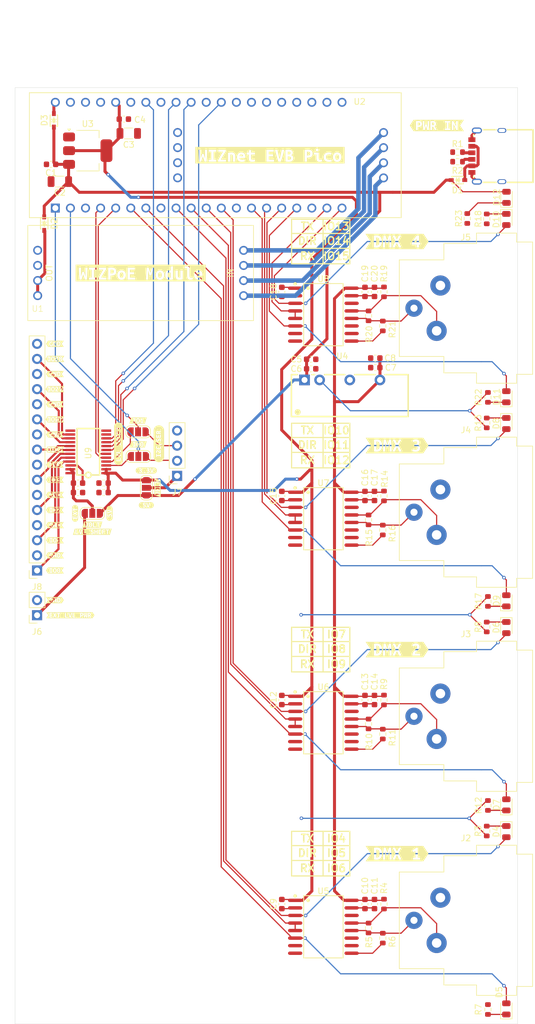
<source format=kicad_pcb>
(kicad_pcb (version 20241229) (generator "pcbnew") (generator_version "9.0")
  (layers (0 "F.Cu" signal) (2 "B.Cu" signal) (13 "F.Paste" user) (15 "B.Paste" user) (5 "F.SilkS" user "F.Silkscreen") (7 "B.SilkS" user "B.Silkscreen") (1 "F.Mask" user) (3 "B.Mask" user) (25 "Edge.Cuts" user))
  (net 0 "")
  (net 1 "GNDA")
  (net 2 "DMX1_RX")
  (net 3 "DMX1_TX")
  (net 4 "Net-(D9-K)")
  (net 5 "DMX2_RX")
  (net 6 "DMX2_TX")
  (net 7 "DMX3_RX")
  (net 8 "DMX3_TX")
  (net 9 "DMX4_RX")
  (net 10 "DMX4_TX")
  (net 11 "Net-(D10-K)")
  (net 12 "Net-(D11-K)")
  (net 13 "Net-(J1-CC1)")
  (net 14 "GND")
  (net 15 "+5V")
  (net 16 "Net-(J1-CC2)")
  (net 17 "Net-(U6-A)")
  (net 18 "+5VA")
  (net 19 "+3V3")
  (net 20 "Net-(U6-B)")
  (net 21 "Net-(U7-B)")
  (net 22 "Net-(U7-A)")
  (net 23 "Net-(U8-A)")
  (net 24 "Net-(U8-B)")
  (net 25 "Net-(JP1-C)")
  (net 26 "Net-(D12-K)")
  (net 27 "DMX1_DIR")
  (net 30 "DMX4_DIR")
  (net 32 "DMX3_DIR")
  (net 34 "DMX2_DIR")
  (net 37 "Net-(J6-Pin_1)")
  (net 39 "Net-(J7-Pin_3)")
  (net 40 "Net-(J7-Pin_2)")
  (net 41 "LVL SHIFT B5")
  (net 42 "Net-(D4-K)")
  (net 43 "Net-(D5-K)")
  (net 44 "Net-(D6-K)")
  (net 45 "Net-(D7-K)")
  (net 46 "Net-(D8-K)")
  (net 49 "LVL SHIFT B2")
  (net 51 "Net-(U5-A)")
  (net 52 "Net-(U5-B)")
  (net 53 "Net-(U1-VC1-)")
  (net 54 "Net-(U1-VC1+)")
  (net 55 "Net-(U1-VC2-)")
  (net 56 "Net-(U1-VC2+)")
  (net 60 "+5V USB")
  (net 61 "+5V PoE")
  (net 62 "+5V RP")
  (net 76 "LVL SHIFT B7")
  (net 77 "LVL SHIFT B8")
  (net 78 "LVL SHIFT B6")
  (net 79 "LVL SHIFT B1")
  (net 80 "LVL SHIFT B3")
  (net 81 "LVL SHIFT B4")
  (net 82 "LVL SHIFT A1")
  (net 83 "GPIO0")
  (net 84 "LVL SHIFT A2")
  (net 85 "GPIO1")
  (net 86 "GPIO22")
  (net 87 "GPIO3")
  (net 88 "GPIO26")
  (net 89 "GPIO2")
  (net 90 "GPIO28")
  (net 91 "GPIO27")
  (net 92 "Net-(J7-Pin_1)")
  (footprint "LED_SMD:LED_0805_2012Metric" (layer "F.Cu") (at 128 86.8 90)
    (property "Reference" "D11")
    (property "Value" "RED")
  )
  (footprint "EasyEDA:SOD-323_L1.7-W1.3-LS2.6-RD-1" (layer "F.Cu") (at 51.8285 40.33 90)
    (property "Reference" "D3")
    (property "Value" "B0520WS")
  )
  (footprint "Resistor_SMD:R_0603_1608Metric" (layer "F.Cu") (at 107.2 109.2 90)
    (property "Reference" "R16")
    (property "Value" "510R")
  )
  (footprint "Connector_Audio:Jack_XLR_Neutrik_NC3FAAH_Horizontal" (layer "F.Cu") (at 116.9 68.1)
    (property "Reference" "J5")
    (property "Value" "NC3FAAH")
  )
  (footprint "Capacitor_SMD:C_0603_1608Metric" (layer "F.Cu") (at 63.6035 40.13)
    (property "Reference" "C4")
    (property "Value" "10u")
  )
  (footprint "Jumper:SolderJumper-3_P1.3mm_Open_RoundedPad1.0x1.5mm" (layer "F.Cu") (at 58.3 106.4 180)
    (property "Reference" "JP1" (hide yes))
    (property "Value" "SolderJumper_3_Open")
  )
  (footprint "Connector_Audio:Jack_XLR_Neutrik_NC3FAAH_Horizontal" (layer "F.Cu") (at 116.9 171)
    (property "Reference" "J2")
    (property "Value" "NC3FAAH")
  )
  (footprint "kibuzzard-68DD2414" (layer "F.Cu") (at 109.6 163.6)
    (property "Reference" "kibuzzard-68DD2414" (hide yes))
    (property "Value" "G***" (hide yes))
  )
  (footprint "Capacitor_SMD:C_1206_3216Metric" (layer "F.Cu") (at 52.8285 50.63 180)
    (property "Reference" "C2")
    (property "Value" "100u")
  )
  (footprint "kibuzzard-68DD2296" (layer "F.Cu") (at 52 90.6)
    (property "Reference" "kibuzzard-68DD2296" (hide yes))
    (property "Value" "G***" (hide yes))
  )
  (footprint "kibuzzard-68DD2906" (layer "F.Cu") (at 52 120.985)
    (property "Reference" "kibuzzard-68DD2906" (hide yes))
    (property "Value" "G***" (hide yes))
  )
  (footprint "EasyEDA:SOD-323_L1.7-W1.3-LS2.6-RD-1" (layer "F.Cu") (at 50.2 57.7 -90)
    (property "Reference" "D2")
    (property "Value" "B0520WS")
  )
  (footprint "kibuzzard-68DD1EE6" (layer "F.Cu") (at 69.285 102.1 90)
    (property "Reference" "kibuzzard-68DD1EE6" (hide yes))
    (property "Value" "G***" (hide yes))
  )
  (footprint "kibuzzard-68DD21E1" (layer "F.Cu") (at 52 98.22)
    (property "Reference" "kibuzzard-68DD21E1" (hide yes))
    (property "Value" "G***" (hide yes))
  )
  (footprint "kibuzzard-68DD1F08" (layer "F.Cu") (at 69.5 94.7 90)
    (property "Reference" "kibuzzard-68DD1F08" (hide yes))
    (property "Value" "G***" (hide yes))
  )
  (footprint "Resistor_SMD:R_0603_1608Metric" (layer "F.Cu") (at 107.2 143.5 90)
    (property "Reference" "R11")
    (property "Value" "510R")
  )
  (footprint "kibuzzard-68DD21E1" (layer "F.Cu") (at 52 88.06)
    (property "Reference" "kibuzzard-68DD21E1" (hide yes))
    (property "Value" "G***" (hide yes))
  )
  (footprint "kibuzzard-68DD1F80" (layer "F.Cu") (at 67.385 105.025)
    (property "Reference" "kibuzzard-68DD1F80" (hide yes))
    (property "Value" "G***" (hide yes))
  )
  (footprint "kibuzzard-68DD22E0" (layer "F.Cu") (at 52 105.84)
    (property "Reference" "kibuzzard-68DD22E0" (hide yes))
    (property "Value" "G***" (hide yes))
  )
  (footprint "Package_TO_SOT_SMD:SOT-223-3_TabPin2" (layer "F.Cu") (at 57.5285 45.43)
    (property "Reference" "U3")
    (property "Value" "AMS1117-3.3")
  )
  (footprint "Jumper:SolderJumper-3_P1.3mm_Open_RoundedPad1.0x1.5mm" (layer "F.Cu") (at 67.4 102.1 90)
    (property "Reference" "JP4" (hide yes))
    (property "Value" "I2C Volt Sel")
  )
  (footprint "Capacitor_SMD:C_0603_1608Metric" (layer "F.Cu") (at 105.94 81.9 180)
    (property "Reference" "C7")
    (property "Value" "0.1u")
  )
  (footprint "W5500-EVB-PICO:WIZPoE Hat" (layer "F.Cu") (at 49.1 69.81 90)
    (property "Reference" "U1")
    (property "Value" "WIZPoE Hat")
  )
  (footprint "Resistor_SMD:R_0603_1608Metric" (layer "F.Cu") (at 124.9 86.9 -90)
    (property "Reference" "R22")
    (property "Value" "56")
  )
  (footprint "kibuzzard-68DD21E1" (layer "F.Cu") (at 52 103.3)
    (property "Reference" "kibuzzard-68DD21E1" (hide yes))
    (property "Value" "G***" (hide yes))
  )
  (footprint "EasyEDA:TSSOP-24_L7.8-W4.4-P0.65-LS6.4-BL" (layer "F.Cu") (at 57.62 96.07 90)
    (property "Reference" "U9")
    (property "Value" "SN74LVC4245APWR")
  )
  (footprint "EasyEDA:SOIC-16_L10.3-W7.5-P1.27-LS10.3-BL" (layer "F.Cu") (at 97.2 141.6 -90)
    (property "Reference" "U6")
    (property "Value" "ISO1410BDWR")
  )
  (footprint "EasyEDA:SOD-323_L1.7-W1.3-LS2.6-RD-1" (layer "F.Cu") (at 119.86 50.38)
    (property "Reference" "D1")
    (property "Value" "B0520WS")
  )
  (footprint "kibuzzard-68DD1F80" (layer "F.Cu") (at 61.2 106.4 90)
    (property "Reference" "kibuzzard-68DD1F80" (hide yes))
    (property "Value" "G***" (hide yes))
  )
  (footprint "kibuzzard-68DD1E9C" (layer "F.Cu") (at 66 90.8)
    (property "Reference" "kibuzzard-68DD1E9C" (hide yes))
    (property "Value" "G***" (hide yes))
  )
  (footprint "kibuzzard-68DD1F8F" (layer "F.Cu") (at 67.385 99.2)
    (property "Reference" "kibuzzard-68DD1F8F" (hide yes))
    (property "Value" "G***" (hide yes))
  )
  (footprint "LED_SMD:LED_0805_2012Metric" (layer "F.Cu") (at 128 91.3 -90)
    (property "Reference" "D8")
    (property "Value" "YELLOW")
  )
  (footprint "kibuzzard-68DD2361" (layer "F.Cu") (at 55.4 106.4 90)
    (property "Reference" "kibuzzard-68DD2361" (hide yes))
    (property "Value" "G***" (hide yes))
  )
  (footprint "LED_SMD:LED_0805_2012Metric" (layer "F.Cu") (at 128 121.1 90)
    (property "Reference" "D9")
    (property "Value" "RED")
  )
  (footprint "Resistor_SMD:R_0603_1608Metric" (layer "F.Cu") (at 119.79 47.28 180)
    (property "Reference" "R2")
    (property "Value" "5.1k")
  )
  (footprint "Capacitor_SMD:C_0603_1608Metric" (layer "F.Cu") (at 104.2 137.775 -90)
    (property "Reference" "C13")
    (property "Value" "0.1u")
  )
  (footprint "Capacitor_SMD:C_0603_1608Metric" (layer "F.Cu") (at 55.89 101.31)
    (property "Reference" "C23" (hide yes))
    (property "Value" "10u")
  )
  (footprint "Jumper:SolderJumper-3_P1.3mm_Open_RoundedPad1.0x1.5mm" (layer "F.Cu") (at 66 92.7)
    (property "Reference" "JP3" (hide yes))
    (property "Value" "SolderJumper_3_Open")
  )
  (footprint "Capacitor_SMD:C_0603_1608Metric" (layer "F.Cu") (at 90.2 69.175 -90)
    (property "Reference" "C18")
    (property "Value" "0.1u")
  )
  (footprint "Resistor_SMD:R_0603_1608Metric" (layer "F.Cu") (at 104.8 141.8 90)
    (property "Reference" "R10")
    (property "Value" "120R")
  )
  (footprint "Capacitor_SMD:C_0603_1608Metric" (layer "F.Cu") (at 104.2 103.475 -90)
    (property "Reference" "C16")
    (property "Value" "0.1u")
  )
  (footprint "Capacitor_SMD:C_0603_1608Metric" (layer "F.Cu") (at 104.2 172.075 -90)
    (property "Reference" "C10")
    (property "Value" "0.1u")
  )
  (footprint "kibuzzard-68DD22E9" (layer "F.Cu") (at 52 110.92)
    (property "Reference" "kibuzzard-68DD22E9" (hide yes))
    (property "Value" "G***" (hide yes))
  )
  (footprint "Resistor_SMD:R_0603_1608Metric" (layer "F.Cu") (at 124.7 56.9 90)
    (property "Reference" "R18")
    (property "Value" "56")
  )
  (footprint "Capacitor_SMD:C_0603_1608Metric" (layer "F.Cu") (at 60.195 102.9 180)
    (property "Reference" "C21" (hide yes))
    (property "Value" "10u")
  )
  (footprint "kibuzzard-68DD21E1" (layer "F.Cu") (at 52 77.9)
    (property "Reference" "kibuzzard-68DD21E1" (hide yes))
    (property "Value" "G***" (hide yes))
  )
  (footprint "EasyEDA:SOIC-16_L10.3-W7.5-P1.27-LS10.3-BL" (layer "F.Cu") (at 97.2 107.3 -90)
    (property "Reference" "U7")
    (property "Value" "ISO1410BDWR")
  )
  (footprint "Capacitor_SMD:C_0603_1608Metric" (layer "F.Cu") (at 90.2 172.075 -90)
    (property "Reference" "C9")
    (property "Value" "0.1u")
  )
  (footprint "kibuzzard-68DD1E8E" (layer "F.Cu") (at 66 94.8)
    (property "Reference" "kibuzzard-68DD1E8E" (hide yes))
    (property "Value" "G***" (hide yes))
  )
  (footprint "Capacitor_SMD:C_0603_1608Metric" (layer "F.Cu") (at 60.195 101.31 180)
    (property "Reference" "C22" (hide yes))
    (property "Value" "0.1u")
  )
  (footprint "Resistor_SMD:R_0603_1608Metric" (layer "F.Cu") (at 104.8 176.1 90)
    (property "Reference" "R5")
    (property "Value" "120R")
  )
  (footprint "EasyEDA:SOIC-16_L10.3-W7.5-P1.27-LS10.3-BL" (layer "F.Cu") (at 97.2 73 -90)
    (property "Reference" "U8")
    (property "Value" "ISO1410BDWR")
  )
  (footprint "kibuzzard-68DD23B6" (layer "F.Cu") (at 58.3 109.5)
    (property "Reference" "kibuzzard-68DD23B6" (hide yes))
    (property "Value" "G***" (hide yes))
  )
  (footprint "Resistor_SMD:R_0603_1608Metric" (layer "F.Cu") (at 121.422 56.83 90)
    (property "Reference" "R23")
    (property "Value" "82")
  )
  (footprint "Resistor_SMD:R_0603_1608Metric" (layer "F.Cu") (at 119.79 45.68 180)
    (property "Reference" "R1")
    (property "Value" "5.1k")
  )
  (footprint "Resistor_SMD:R_0603_1608Metric" (layer "F.Cu") (at 124.7 91.2 90)
    (property "Reference" "R13")
    (property "Value" "56")
  )
  (footprint "Resistor_SMD:R_0603_1608Metric" (layer "F.Cu") (at 124.9 121.2 -90)
    (property "Reference" "R17")
    (property "Value" "56")
  )
  (footprint "LED_SMD:LED_0805_2012Metric" (layer "F.Cu") (at 128 57 -90)
    (property "Reference" "D10")
    (property "Value" "YELLOW")
  )
  (footprint "kibuzzard-68DD286D" (layer "F.Cu") (at 66.4345 66)
    (property "Reference" "kibuzzard-68DD286D" (hide yes))
    (property "Value" "G***" (hide yes))
  )
  (footprint "Capacitor_SMD:C_1206_3216Metric" (layer "F.Cu") (at 64.4285 42.53)
    (property "Reference" "C3")
    (property "Value" "100u")
  )
  (footprint "kibuzzard-68DD2461" (layer "F.Cu") (at 109.6 95)
    (property "Reference" "kibuzzard-68DD2461" (hide yes))
    (property "Value" "G***" (hide yes))
  )
  (footprint "Capacitor_SMD:C_0603_1608Metric" (layer "F.Cu") (at 95.145 80.5 180)
    (property "Reference" "C5")
    (property "Value" "10u")
  )
  (footprint "Capacitor_SMD:C_0603_1608Metric" (layer "F.Cu") (at 105.94 80.3 180)
    (property "Reference" "C8")
    (property "Value" "10u")
  )
  (footprint "Resistor_SMD:R_0603_1608Metric" (layer "F.Cu") (at 107.2 177.8 90)
    (property "Reference" "R6")
    (property "Value" "510R")
  )
  (footprint "Connector_Audio:Jack_XLR_Neutrik_NC3FAAH_Horizontal" (layer "F.Cu") (at 116.9 136.7)
    (property "Reference" "J3")
    (property "Value" "NC3FAAH")
  )
  (footprint "Capacitor_SMD:C_0603_1608Metric" (layer "F.Cu") (at 95.145 82.1 180)
    (property "Reference" "C6")
    (property "Value" "0.1u")
  )
  (footprint "kibuzzard-68DD2926" (layer "F.Cu") (at 54.6 123.525)
    (property "Reference" "kibuzzard-68DD2926" (hide yes))
    (property "Value" "G***" (hide yes))
  )
  (footprint "kibuzzard-68DD1EFE" (layer "F.Cu") (at 62.7 94.7 90)
    (property "Reference" "kibuzzard-68DD1EFE" (hide yes))
    (property "Value" "G***" (hide yes))
  )
  (footprint "Connector_PinSocket_2.54mm:PinSocket_1x02_P2.54mm_Vertical" (layer "F.Cu") (at 49 123.525 180)
    (property "Reference" "J6")
    (property "Value" "Conn_01x02_Pin")
  )
  (footprint "Capacitor_SMD:C_0603_1608Metric" (layer "F.Cu") (at 90.2 137.775 -90)
    (property "Reference" "C12")
    (property "Value" "0.1u")
  )
  (footprint "Resistor_SMD:R_0603_1608Metric" (layer "F.Cu") (at 107.4 137.775 90)
    (property "Reference" "R9")
    (property "Value" "510R")
  )
  (footprint "Resistor_SMD:R_0603_1608Metric" (layer "F.Cu") (at 124.9 189.8 -90)
    (property "Reference" "R7")
    (property "Value" "56")
  )
  (footprint "kibuzzard-68DD22D5" (layer "F.Cu") (at 52 100.76)
    (property "Reference" "kibuzzard-68DD22D5" (hide yes))
    (property "Value" "G***" (hide yes))
  )
  (footprint "Capacitor_SMD:C_0603_1608Metric" (layer "F.Cu") (at 105.8 172.075 -90)
    (property "Reference" "C11")
    (property "Value" "10u")
  )
  (footprint "Resistor_SMD:R_0603_1608Metric" (layer "F.Cu") (at 104.8 73.2 90)
    (property "Reference" "R20")
    (property "Value" "120R")
  )
  (footprint "EasyEDA:PWRM-TH_BXXXXS-2WR3" (layer "F.Cu") (at 100.375 83.975)
    (property "Reference" "U4")
    (property "Value" "B0505S-2WR3")
  )
  (footprint "kibuzzard-68DD3F78" (layer "F.Cu") (at 116.3 41.2)
    (property "Reference" "kibuzzard-68DD3F78" (hide yes))
    (property "Value" "G***" (hide yes))
  )
  (footprint "kibuzzard-68DD227C" (layer "F.Cu") (at 52 80.44)
    (property "Reference" "kibuzzard-68DD227C" (hide yes))
    (property "Value" "G***" (hide yes))
  )
  (footprint "kibuzzard-68DD22F0" (layer "F.Cu") (at 52 116)
    (property "Reference" "kibuzzard-68DD22F0" (hide yes))
    (property "Value" "G***" (hide yes))
  )
  (footprint "Resistor_SMD:R_0603_1608Metric" (layer "F.Cu") (at 124.7 125.5 90)
    (property "Reference" "R8")
    (property "Value" "56")
  )
  (footprint "Capacitor_SMD:C_0603_1608Metric" (layer "F.Cu") (at 104.2 69.175 -90)
    (property "Reference" "C19")
    (property "Value" "0.1u")
  )
  (footprint "Jumper:SolderJumper-3_P1.3mm_Open_RoundedPad1.0x1.5mm" (layer "F.Cu") (at 66.05 96.835)
    (property "Reference" "JP2" (hide yes))
    (property "Value" "SolderJumper_3_Open")
  )
  (footprint "Capacitor_SMD:C_0603_1608Metric" (layer "F.Cu") (at 90.2 103.475 -90)
    (property "Reference" "C15")
    (property "Value" "0.1u")
  )
  (footprint "Resistor_SMD:R_0603_1608Metric" (layer "F.Cu") (at 107.4 103.475 90)
    (property "Reference" "R14")
    (property "Value" "510R")
  )
  (footprint "LED_SMD:LED_0805_2012Metric" (layer "F.Cu") (at 128 155.4 90)
    (property "Reference" "D7")
    (property "Value" "RED")
  )
  (footprint "kibuzzard-68DD21E1" (layer "F.Cu") (at 52 82.98)
    (property "Reference" "kibuzzard-68DD21E1" (hide yes))
    (property "Value" "G***" (hide yes))
  )
  (footprint "Resistor_SMD:R_0603_1608Metric" (layer "F.Cu") (at 124.9 155.5 -90)
    (property "Reference" "R12")
    (property "Value" "56")
  )
  (footprint "W5500-EVB-PICO:MODULE_W5500-EVB-PICO2" (layer "F.Cu") (at 88.2035 46.19 90)
    (property "Reference" "U2")
    (property "Value" "W5500-EVB-PICO2")
  )
  (footprint "Resistor_SMD:R_0603_1608Metric" (layer "F.Cu") (at 104.8 107.5 90)
    (property "Reference" "R15")
    (property "Value" "120R")
  )
  (footprint "LED_SMD:LED_0805_2012Metric" (layer "F.Cu") (at 128 159.9 -90)
    (property "Reference" "D4")
    (property "Value" "YELLOW")
  )
  (footprint "kibuzzard-68DD244B" (layer "F.Cu") (at 109.6 60.7)
    (property "Reference" "kibuzzard-68DD244B" (hide yes))
    (property "Value" "G***" (hide yes))
  )
  (footprint "LED_SMD:LED_0805_2012Metric" (layer "F.Cu") (at 128.026 53.274 90)
    (property "Reference" "D12")
    (property "Value" "LED")
  )
  (footprint "kibuzzard-68DD21E1" (layer "F.Cu") (at 52 108.38)
    (property "Reference" "kibuzzard-68DD21E1" (hide yes))
    (property "Value" "G***" (hide yes))
  )
  (footprint "Capacitor_SMD:C_0603_1608Metric" (layer "F.Cu") (at 105.8 103.475 -90)
    (property "Reference" "C17")
    (property "Value" "10u")
  )
  (footprint "kibuzzard-68DD21E1" (layer "F.Cu") (at 52 113.46)
    (property "Reference" "kibuzzard-68DD21E1" (hide yes))
    (property "Value" "G***" (hide yes))
  )
  (footprint "Resistor_SMD:R_0603_1608Metric" (layer "F.Cu") (at 107.2 74.9 90)
    (property "Reference" "R21")
    (property "Value" "510R")
  )
  (footprint "kibuzzard-68DD228E" (layer "F.Cu") (at 52 85.52)
    (property "Reference" "kibuzzard-68DD228E" (hide yes))
    (property "Value" "G***" (hide yes))
  )
  (footprint "LED_SMD:LED_0805_2012Metric" (layer "F.Cu") (at 128 189.7 90)
    (property "Reference" "D5")
    (property "Value" "RED")
  )
  (footprint "Capacitor_SMD:C_0603_1608Metric" (layer "F.Cu") (at 51.3535 47.73 180)
    (property "Reference" "C1")
    (property "Value" "10u")
  )
  (footprint "kibuzzard-68DD22C2" (layer "F.Cu") (at 52 95.68)
    (property "Reference" "kibuzzard-68DD22C2" (hide yes))
    (property "Value" "G***" (hide yes))
  )
  (footprint "kibuzzard-68DD245B" (layer "F.Cu") (at 109.6 129.3)
    (property "Reference" "kibuzzard-68DD245B" (hide yes))
    (property "Value" "G***" (hide yes))
  )
  (footprint "Capacitor_SMD:C_0603_1608Metric" (layer "F.Cu") (at 105.8 137.775 -90)
    (property "Reference" "C14")
    (property "Value" "10u")
  )
  (footprint "kibuzzard-68DD28CA" (layer "F.Cu") (at 88.2035 46.19)
    (property "Reference" "kibuzzard-68DD28CA" (hide yes))
    (property "Value" "G***" (hide yes))
  )
  (footprint "Connector_Audio:Jack_XLR_Neutrik_NC3FAAH_Horizontal" (layer "F.Cu") (at 116.9 102.4)
    (property "Reference" "J4")
    (property "Value" "NC3FAAH")
  )
  (footprint "LED_SMD:LED_0805_2012Metric" (layer "F.Cu") (at 128 125.6 -90)
    (property "Reference" "D6")
    (property "Value" "YELLOW")
  )
  (footprint "Connector_PinSocket_2.54mm:PinSocket_1x16_P2.54mm_Vertical" (layer "F.Cu") (at 49 116 180)
    (property "Reference" "J8")
    (property "Value" "Conn_01x16_Pin")
  )
  (footprint "Resistor_SMD:R_0603_1608Metric" (layer "F.Cu") (at 107.4 69.175 90)
    (property "Reference" "R19")
    (property "Value" "510R")
  )
  (footprint "EasyEDA:SOIC-16_L10.3-W7.5-P1.27-LS10.3-BL" (layer "F.Cu") (at 97.2 175.9 -90)
    (property "Reference" "U5")
    (property "Value" "ISO1410BDWR")
  )
  (footprint "Resistor_SMD:R_0603_1608Metric" (layer "F.Cu") (at 124.7 159.8 90)
    (property "Reference" "R3")
    (property "Value" "56")
  )
  (footprint "Capacitor_SMD:C_0603_1608Metric" (layer "F.Cu") (at 105.8 69.175 -90)
    (property "Reference" "C20")
    (property "Value" "10u")
  )
  (footprint "Capacitor_SMD:C_0603_1608Metric" (layer "F.Cu") (at 55.89 102.9)
    (property "Reference" "C24" (hide yes))
    (property "Value" "0.1u")
  )
  (footprint "Connector_PinSocket_2.54mm:PinSocket_1x04_P2.54mm_Vertical" (layer "F.Cu") (at 72.575 100.1 180)
    (property "Reference" "J7")
    (property "Value" "I2C Header")
  )
  (footprint "kibuzzard-68DD21E1" (layer "F.Cu") (at 52 93.14)
    (property "Reference" "kibuzzard-68DD21E1" (hide yes))
    (property "Value" "G***" (hide yes))
  )
  (footprint "kibuzzard-68DD23A7" (layer "F.Cu") (at 58.3 108.3)
    (property "Reference" "kibuzzard-68DD23A7" (hide yes))
    (property "Value" "G***" (hide yes))
  )
  (footprint "EasyEDA:USB-C-SMD_YPE-C-6PWTL-10-0108" (layer "F.Cu") (at 124.7205 46.34 90)
    (property "Reference" "J1" (hide yes))
    (property "Value" "USB_C_Receptacle_PowerOnly_6P")
  )
  (footprint "Resistor_SMD:R_0603_1608Metric" (layer "F.Cu") (at 107.4 172.075 90)
    (property "Reference" "R4")
    (property "Value" "510R")
  )
  (gr_rect (start 45.29 34.83) (end 129.89 192.23) (stroke (width 0.05)) (fill no) (layer "Edge.Cuts"))
  (table (column_count 2) (layer "F.SilkS") (border (external yes) (header yes) (stroke (width 0.2))) (separators (rows yes) (cols yes) (stroke (width 0.2))) (column_widths 5.3 4.5) (row_heights 2.4 2.5 2.6) (cells (table_cell "TX" (start 91.85 159.85) (end 97.15 162.25) (margins 0.5 0.5 0.5 0.5) (span 1 1) (layer "F.SilkS") (effects (font (size 1.27 1.27) (thickness 0.254) (bold yes)))) (table_cell "IO4" (start 97.15 159.85) (end 101.65 162.25) (margins 0.5 0.5 0.5 0.5) (span 1 1) (layer "F.SilkS") (effects (font (size 1.27 1.27) (thickness 0.254) (bold yes)))) (table_cell "DIR" (start 91.85 162.25) (end 97.15 164.75) (margins 0.5 0.5 0.5 0.5) (span 1 1) (layer "F.SilkS") (effects (font (size 1.27 1.27) (thickness 0.254) (bold yes)))) (table_cell "IO5" (start 97.15 162.25) (end 101.65 164.75) (margins 0.5 0.5 0.5 0.5) (span 1 1) (layer "F.SilkS") (effects (font (size 1.27 1.27) (thickness 0.254) (bold yes)))) (table_cell "RX" (start 91.85 164.75) (end 97.15 167.35) (margins 0.5 0.5 0.5 0.5) (span 1 1) (layer "F.SilkS") (effects (font (size 1.27 1.27) (thickness 0.254) (bold yes)))) (table_cell "IO6" (start 97.15 164.75) (end 101.65 167.35) (margins 0.5 0.5 0.5 0.5) (span 1 1) (layer "F.SilkS") (effects (font (size 1.27 1.27) (thickness 0.254) (bold yes))))))
  (table (column_count 2) (layer "F.SilkS") (border (external yes) (header yes) (stroke (width 0.2))) (separators (rows yes) (cols yes) (stroke (width 0.2))) (column_widths 5.3 4.5) (row_heights 2.4 2.5 2.6) (cells (table_cell "TX" (start 91.85 125.55) (end 97.15 127.95) (margins 0.5 0.5 0.5 0.5) (span 1 1) (layer "F.SilkS") (effects (font (size 1.27 1.27) (thickness 0.254) (bold yes)))) (table_cell "IO7" (start 97.15 125.55) (end 101.65 127.95) (margins 0.5 0.5 0.5 0.5) (span 1 1) (layer "F.SilkS") (effects (font (size 1.27 1.27) (thickness 0.254) (bold yes)))) (table_cell "DIR" (start 91.85 127.95) (end 97.15 130.45) (margins 0.5 0.5 0.5 0.5) (span 1 1) (layer "F.SilkS") (effects (font (size 1.27 1.27) (thickness 0.254) (bold yes)))) (table_cell "IO8" (start 97.15 127.95) (end 101.65 130.45) (margins 0.5 0.5 0.5 0.5) (span 1 1) (layer "F.SilkS") (effects (font (size 1.27 1.27) (thickness 0.254) (bold yes)))) (table_cell "RX" (start 91.85 130.45) (end 97.15 133.05) (margins 0.5 0.5 0.5 0.5) (span 1 1) (layer "F.SilkS") (effects (font (size 1.27 1.27) (thickness 0.254) (bold yes)))) (table_cell "IO9" (start 97.15 130.45) (end 101.65 133.05) (margins 0.5 0.5 0.5 0.5) (span 1 1) (layer "F.SilkS") (effects (font (size 1.27 1.27) (thickness 0.254) (bold yes))))))
  (table (column_count 2) (layer "F.SilkS") (border (external yes) (header yes) (stroke (width 0.2))) (separators (rows yes) (cols yes) (stroke (width 0.2))) (column_widths 5.3 4.5) (row_heights 2.4 2.5 2.6) (cells (table_cell "TX" (start 91.85 91.25) (end 97.15 93.65) (margins 0.5 0.5 0.5 0.5) (span 1 1) (layer "F.SilkS") (effects (font (size 1.27 1.27) (thickness 0.254) (bold yes)))) (table_cell "IO10" (start 97.15 91.25) (end 101.65 93.65) (margins 0.5 0.5 0.5 0.5) (span 1 1) (layer "F.SilkS") (effects (font (size 1.27 1.27) (thickness 0.254) (bold yes)))) (table_cell "DIR" (start 91.85 93.65) (end 97.15 96.15) (margins 0.5 0.5 0.5 0.5) (span 1 1) (layer "F.SilkS") (effects (font (size 1.27 1.27) (thickness 0.254) (bold yes)))) (table_cell "IO11" (start 97.15 93.65) (end 101.65 96.15) (margins 0.5 0.5 0.5 0.5) (span 1 1) (layer "F.SilkS") (effects (font (size 1.27 1.27) (thickness 0.254) (bold yes)))) (table_cell "RX" (start 91.85 96.15) (end 97.15 98.75) (margins 0.5 0.5 0.5 0.5) (span 1 1) (layer "F.SilkS") (effects (font (size 1.27 1.27) (thickness 0.254) (bold yes)))) (table_cell "IO12" (start 97.15 96.15) (end 101.65 98.75) (margins 0.5 0.5 0.5 0.5) (span 1 1) (layer "F.SilkS") (effects (font (size 1.27 1.27) (thickness 0.254) (bold yes))))))
  (table (column_count 2) (layer "F.SilkS") (border (external yes) (header yes) (stroke (width 0.2))) (separators (rows yes) (cols yes) (stroke (width 0.2))) (column_widths 5.3 4.5) (row_heights 2.4 2.5 2.6) (cells (table_cell "TX" (start 91.85 56.95) (end 97.15 59.35) (margins 0.5 0.5 0.5 0.5) (span 1 1) (layer "F.SilkS") (effects (font (size 1.27 1.27) (thickness 0.254) (bold yes)))) (table_cell "IO13" (start 97.15 56.95) (end 101.65 59.35) (margins 0.5 0.5 0.5 0.5) (span 1 1) (layer "F.SilkS") (effects (font (size 1.27 1.27) (thickness 0.254) (bold yes)))) (table_cell "DIR" (start 91.85 59.35) (end 97.15 61.85) (margins 0.5 0.5 0.5 0.5) (span 1 1) (layer "F.SilkS") (effects (font (size 1.27 1.27) (thickness 0.254) (bold yes)))) (table_cell "IO14" (start 97.15 59.35) (end 101.65 61.85) (margins 0.5 0.5 0.5 0.5) (span 1 1) (layer "F.SilkS") (effects (font (size 1.27 1.27) (thickness 0.254) (bold yes)))) (table_cell "RX" (start 91.85 61.85) (end 97.15 64.45) (margins 0.5 0.5 0.5 0.5) (span 1 1) (layer "F.SilkS") (effects (font (size 1.27 1.27) (thickness 0.254) (bold yes)))) (table_cell "IO15" (start 97.15 61.85) (end 101.65 64.45) (margins 0.5 0.5 0.5 0.5) (span 1 1) (layer "F.SilkS") (effects (font (size 1.27 1.27) (thickness 0.254) (bold yes))))))
  (segment (start 105.485 180.34) (end 107.2 178.625) (width 0.2) (layer "F.Cu") (net 1))
  (segment (start 101.95 111.74) (end 105.485 111.74) (width 0.2) (layer "F.Cu") (net 1))
  (segment (start 101.95 77.44) (end 105.485 77.44) (width 0.2) (layer "F.Cu") (net 1))
  (segment (start 101.95 146.04) (end 105.485 146.04) (width 0.2) (layer "F.Cu") (net 1))
  (segment (start 105.67 172.72) (end 105.8 172.85) (width 0.2) (layer "F.Cu") (net 1))
  (segment (start 105.67 104.12) (end 105.8 104.25) (width 0.2) (layer "F.Cu") (net 1))
  (segment (start 105.485 111.74) (end 107.2 110.025) (width 0.2) (layer "F.Cu") (net 1))
  (segment (start 101.95 172.72) (end 105.67 172.72) (width 0.2) (layer "F.Cu") (net 1))
  (segment (start 101.95 69.82) (end 105.67 69.82) (width 0.2) (layer "F.Cu") (net 1))
  (segment (start 101.95 138.42) (end 105.67 138.42) (width 0.2) (layer "F.Cu") (net 1))
  (segment (start 105.485 146.04) (end 107.2 144.325) (width 0.2) (layer "F.Cu") (net 1))
  (segment (start 105.67 138.42) (end 105.8 138.55) (width 0.2) (layer "F.Cu") (net 1))
  (segment (start 101.95 104.12) (end 105.67 104.12) (width 0.2) (layer "F.Cu") (net 1))
  (segment (start 105.485 77.44) (end 107.2 75.725) (width 0.2) (layer "F.Cu") (net 1))
  (segment (start 105.67 69.82) (end 105.8 69.95) (width 0.2) (layer "F.Cu") (net 1))
  (segment (start 101.95 180.34) (end 105.485 180.34) (width 0.2) (layer "F.Cu") (net 1))
  (segment (start 90.11489 173.99) (end 92.45 173.99) (width 0.2) (layer "F.Cu") (net 2))
  (segment (start 126.6 162.4) (end 128 161) (width 0.2) (layer "F.Cu") (net 2))
  (segment (start 72.3935 55.08011) (end 80.798 63.48461) (width 0.2) (layer "F.Cu") (net 2))
  (segment (start 80.798 63.48461) (end 80.798 164.67311) (width 0.2) (layer "F.Cu") (net 2))
  (segment (start 94.19 173.99) (end 94.2 174) (width 0.2) (layer "F.Cu") (net 2))
  (segment (start 80.798 164.67311) (end 90.11489 173.99) (width 0.2) (layer "F.Cu") (net 2))
  (segment (start 128 161) (end 128 160.8375) (width 0.2) (layer "F.Cu") (net 2))
  (segment (start 92.45 173.99) (end 94.19 173.99) (width 0.2) (layer "F.Cu") (net 2))
  (via (at 126.6 162.4) (size 0.6) (drill 0.3) (layers "F.Cu" "B.Cu") (net 2))
  (via (at 94.2 174) (size 0.6) (drill 0.3) (layers "F.Cu" "B.Cu") (net 2))
  (segment (start 126.6 162.4) (end 125.4 163.6) (width 0.2) (layer "B.Cu") (net 2))
  (segment (start 125.4 163.6) (end 104.6 163.6) (width 0.2) (layer "B.Cu") (net 2))
  (segment (start 104.6 163.6) (end 94.2 174) (width 0.2) (layer "B.Cu") (net 2))
  (segment (start 79.996 70.30261) (end 64.7735 55.08011) (width 0.2) (layer "F.Cu") (net 3))
  (segment (start 91.976271 177.8) (end 79.996 165.819729) (width 0.2) (layer "F.Cu") (net 3))
  (segment (start 127.6 185.8) (end 128 186.2) (width 0.2) (layer "F.Cu") (net 3))
  (segment (start 92.45 177.8) (end 91.976271 177.8) (width 0.2) (layer "F.Cu") (net 3))
  (segment (start 128 186.2) (end 128 188.7625) (width 0.2) (layer "F.Cu") (net 3))
  (segment (start 92.45 177.8) (end 94.1 177.8) (width 0.2) (layer "F.Cu") (net 3))
  (segment (start 79.996 165.819729) (end 79.996 70.30261) (width 0.2) (layer "F.Cu") (net 3))
  (segment (start 92.45 177.8) (end 91.62 177.8) (width 0.2) (layer "F.Cu") (net 3))
  (via (at 127.6 185.8) (size 0.6) (drill 0.3) (layers "F.Cu" "B.Cu") (net 3))
  (via (at 94.1 177.8) (size 0.6) (drill 0.3) (layers "F.Cu" "B.Cu") (net 3))
  (segment (start 123.8 183.8) (end 125.6 183.8) (width 0.2) (layer "B.Cu") (net 3))
  (segment (start 94.1 177.8) (end 100.1 183.8) (width 0.2) (layer "B.Cu") (net 3))
  (segment (start 100.1 183.8) (end 123.8 183.8) (width 0.2) (layer "B.Cu") (net 3))
  (segment (start 125.6 183.8) (end 127.6 185.8) (width 0.2) (layer "B.Cu") (net 3))
  (segment (start 124.9 122.025) (end 127.9875 122.025) (width 0.2) (layer "F.Cu") (net 4))
  (segment (start 127.9875 122.025) (end 128 122.0375) (width 0.2) (layer "F.Cu") (net 4))
  (segment (start 128 126.7) (end 128 126.5375) (width 0.2) (layer "F.Cu") (net 5))
  (segment (start 94.19 139.69) (end 94.2 139.7) (width 0.2) (layer "F.Cu") (net 5))
  (segment (start 82.001 57.06764) (end 82.001 131.57611) (width 0.2) (layer "F.Cu") (net 5))
  (segment (start 90.11489 139.69) (end 92.45 139.69) (width 0.2) (layer "F.Cu") (net 5))
  (segment (start 92.45 139.69) (end 94.19 139.69) (width 0.2) (layer "F.Cu") (net 5))
  (segment (start 126.6 128.1) (end 128 126.7) (width 0.2) (layer "F.Cu") (net 5))
  (segment (start 82.001 131.57611) (end 90.11489 139.69) (width 0.2) (layer "F.Cu") (net 5))
  (segment (start 80.01347 55.08011) (end 82.001 57.06764) (width 0.2) (layer "F.Cu") (net 5))
  (via (at 94.2 139.7) (size 0.6) (drill 0.3) (layers "F.Cu" "B.Cu") (net 5))
  (via (at 126.6 128.1) (size 0.6) (drill 0.3) (layers "F.Cu" "B.Cu") (net 5))
  (segment (start 125.4 129.3) (end 104.6 129.3) (width 0.2) (layer "B.Cu") (net 5))
  (segment (start 104.6 129.3) (end 94.2 139.7) (width 0.2) (layer "B.Cu") (net 5))
  (segment (start 126.6 128.1) (end 125.4 129.3) (width 0.2) (layer "B.Cu") (net 5))
  (segment (start 91.62 143.5) (end 81.199 133.079) (width 0.2) (layer "F.Cu") (net 6))
  (segment (start 92.45 143.5) (end 91.62 143.5) (width 0.2) (layer "F.Cu") (net 6))
  (segment (start 128 151.9) (end 128 154.4625) (width 0.2) (layer "F.Cu") (net 6))
  (segment (start 81.199 133.079) (end 81.199 61.34561) (width 0.2) (layer "F.Cu") (net 6))
  (segment (start 92.45 143.5) (end 94.1 143.5) (width 0.2) (layer "F.Cu") (net 6))
  (segment (start 127.6 151.5) (end 128 151.9) (width 0.2) (layer "F.Cu") (net 6))
  (segment (start 81.199 61.34561) (end 74.9335 55.08011) (width 0.2) (layer "F.Cu") (net 6))
  (via (at 127.6 151.5) (size 0.6) (drill 0.3) (layers "F.Cu" "B.Cu") (net 6))
  (via (at 94.1 143.5) (size 0.6) (drill 0.3) (layers "F.Cu" "B.Cu") (net 6))
  (segment (start 94.1 143.5) (end 100.1 149.5) (width 0.2) (layer "B.Cu") (net 6))
  (segment (start 100.1 149.5) (end 123.8 149.5) (width 0.2) (layer "B.Cu") (net 6))
  (segment (start 125.6 149.5) (end 127.6 151.5) (width 0.2) (layer "B.Cu") (net 6))
  (segment (start 123.8 149.5) (end 125.6 149.5) (width 0.2) (layer "B.Cu") (net 6))
  (segment (start 128 92.4) (end 128 92.2375) (width 0.2) (layer "F.Cu") (net 7))
  (segment (start 126.6 93.8) (end 128 92.4) (width 0.2) (layer "F.Cu") (net 7))
  (segment (start 87.7 57.55358) (end 87.7 102.97511) (width 0.2) (layer "F.Cu") (net 7))
  (segment (start 92.45 105.39) (end 94.19 105.39) (width 0.2) (layer "F.Cu") (net 7))
  (segment (start 90.11489 105.39) (end 88.212445 103.487555) (width 0.2) (layer "F.Cu") (net 7))
  (segment (start 92.45 105.39) (end 90.11489 105.39) (width 0.2) (layer "F.Cu") (net 7))
  (segment (start 94.19 105.39) (end 94.2 105.4) (width 0.2) (layer "F.Cu") (net 7))
  (segment (start 90.17347 55.08011) (end 87.7 57.55358) (width 0.2) (layer "F.Cu") (net 7))
  (via (at 94.2 105.4) (size 0.6) (drill 0.3) (layers "F.Cu" "B.Cu") (net 7))
  (via (at 126.6 93.8) (size 0.6) (drill 0.3) (layers "F.Cu" "B.Cu") (net 7))
  (segment (start 104.6 95) (end 94.2 105.4) (width 0.2) (layer "B.Cu") (net 7))
  (segment (start 126.6 93.8) (end 125.4 95) (width 0.2) (layer "B.Cu") (net 7))
  (segment (start 125.4 95) (end 104.6 95) (width 0.2) (layer "B.Cu") (net 7))
  (segment (start 92.45 109.2) (end 94.1 109.2) (width 0.2) (layer "F.Cu") (net 8))
  (segment (start 127.6 117.2) (end 128 117.6) (width 0.2) (layer "F.Cu") (net 8))
  (segment (start 85.09347 55.08011) (end 86.898 56.88464) (width 0.2) (layer "F.Cu") (net 8))
  (segment (start 86.898 104.478) (end 91.62 109.2) (width 0.2) (layer "F.Cu") (net 8))
  (segment (start 86.898 56.88464) (end 86.898 104.478) (width 0.2) (layer "F.Cu") (net 8))
  (segment (start 91.62 109.2) (end 92.45 109.2) (width 0.2) (layer "F.Cu") (net 8))
  (segment (start 128 117.6) (end 128 120.1625) (width 0.2) (layer "F.Cu") (net 8))
  (via (at 127.6 117.2) (size 0.6) (drill 0.3) (layers "F.Cu" "B.Cu") (net 8))
  (via (at 94.1 109.2) (size 0.6) (drill 0.3) (layers "F.Cu" "B.Cu") (net 8))
  (segment (start 123.8 115.2) (end 125.6 115.2) (width 0.2) (layer "B.Cu") (net 8))
  (segment (start 100.1 115.2) (end 123.8 115.2) (width 0.2) (layer "B.Cu") (net 8))
  (segment (start 94.1 109.2) (end 100.1 115.2) (width 0.2) (layer "B.Cu") (net 8))
  (segment (start 125.6 115.2) (end 127.6 117.2) (width 0.2) (layer "B.Cu") (net 8))
  (segment (start 88.946605 66.467005) (end 100.3335 55.08011) (width 0.2) (layer "F.Cu") (net 9))
  (segment (start 92.45 71.09) (end 94.19 71.09) (width 0.2) (layer "F.Cu") (net 9))
  (segment (start 94.19 71.09) (end 94.2 71.1) (width 0.2) (layer "F.Cu") (net 9))
  (segment (start 88.946605 70.328605) (end 88.946605 66.467005) (width 0.2) (layer "F.Cu") (net 9))
  (segment (start 89.708 71.09) (end 88.946605 70.328605) (width 0.2) (layer "F.Cu") (net 9))
  (segment (start 128 58.1) (end 128 57.9375) (width 0.2) (layer "F.Cu") (net 9))
  (segment (start 126.6 59.5) (end 128 58.1) (width 0.2) (layer "F.Cu") (net 9))
  (segment (start 92.45 71.09) (end 89.708 71.09) (width 0.2) (layer "F.Cu") (net 9))
  (via (at 94.2 71.1) (size 0.6) (drill 0.3) (layers "F.Cu" "B.Cu") (net 9))
  (via (at 126.6 59.5) (size 0.6) (drill 0.3) (layers "F.Cu" "B.Cu") (net 9))
  (segment (start 104.6 60.7) (end 94.2 71.1) (width 0.2) (layer "B.Cu") (net 9))
  (segment (start 125.4 60.7) (end 104.6 60.7) (width 0.2) (layer "B.Cu") (net 9))
  (segment (start 126.6 59.5) (end 125.4 60.7) (width 0.2) (layer "B.Cu") (net 9))
  (segment (start 92.45 74.9) (end 94.1 74.9) (width 0.2) (layer "F.Cu") (net 10))
  (segment (start 90.597 74.9) (end 88.1 72.403) (width 0.2) (layer "F.Cu") (net 10))
  (segment (start 88.1 72.403) (end 88.1 59.69358) (width 0.2) (layer "F.Cu") (net 10))
  (segment (start 128 83.3) (end 128 85.8625) (width 0.2) (layer "F.Cu") (net 10))
  (segment (start 92.45 74.9) (end 90.597 74.9) (width 0.2) (layer "F.Cu") (net 10))
  (segment (start 127.6 82.9) (end 128 83.3) (width 0.2) (layer "F.Cu") (net 10))
  (segment (start 88.1 59.69358) (end 92.71347 55.08011) (width 0.2) (layer "F.Cu") (net 10))
  (via (at 94.1 74.9) (size 0.6) (drill 0.3) (layers "F.Cu" "B.Cu") (net 10))
  (via (at 127.6 82.9) (size 0.6) (drill 0.3) (layers "F.Cu" "B.Cu") (net 10))
  (segment (start 94.1 74.9) (end 100.1 80.9) (width 0.2) (layer "B.Cu") (net 10))
  (segment (start 100.1 80.9) (end 123.8 80.9) (width 0.2) (layer "B.Cu") (net 10))
  (segment (start 123.8 80.9) (end 125.6 80.9) (width 0.2) (layer "B.Cu") (net 10))
  (segment (start 125.6 80.9) (end 127.6 82.9) (width 0.2) (layer "B.Cu") (net 10))
  (segment (start 124.7125 56.0625) (end 124.7 56.075) (width 0.2) (layer "F.Cu") (net 11))
  (segment (start 128 56.0625) (end 124.7125 56.0625) (width 0.2) (layer "F.Cu") (net 11))
  (segment (start 127.9875 87.725) (end 128 87.7375) (width 0.2) (layer "F.Cu") (net 12))
  (segment (start 124.9 87.725) (end 127.9875 87.725) (width 0.2) (layer "F.Cu") (net 12))
  (segment (start 120.725 45.79) (end 120.615 45.68) (width 0.5) (layer "F.Cu") (net 13))
  (segment (start 120.765 45.83) (end 120.615 45.68) (width 0.35) (layer "F.Cu") (net 13))
  (segment (start 122.2005 45.79) (end 120.725 45.79) (width 0.5) (layer "F.Cu") (net 13))
  (segment (start 124.9 154.675) (end 124.875 154.675) (width 0.2) (layer "F.Cu") (net 14))
  (segment (start 92.32 172.85) (end 92.45 172.72) (width 0.2) (layer "F.Cu") (net 14))
  (segment (start 122.2005 49.09) (end 122.2005 49.8) (width 0.5) (layer "F.Cu") (net 14))
  (segment (start 56.665 99.23) (end 56.665 101.31) (width 0.35) (layer "F.Cu") (net 14))
  (segment (start 124.9 120.375) (end 121.8375 123.4375) (width 0.2) (layer "F.Cu") (net 14))
  (segment (start 121.825 89.15) (end 124.7 92.025) (width 0.2) (layer "F.Cu") (net 14))
  (segment (start 54.6 98.34) (end 55.775 98.34) (width 0.35) (layer "F.Cu") (net 14))
  (segment (start 124.9 86.075) (end 121.825 89.15) (width 0.2) (layer "F.Cu") (net 14))
  (segment (start 92.32 138.55) (end 92.45 138.42) (width 0.2) (layer "F.Cu") (net 14))
  (segment (start 122.2005 43.59) (end 122.2005 42.88) (width 0.5) (layer "F.Cu") (net 14))
  (segment (start 121.8375 123.4375) (end 121.825 123.45) (width 0.2) (layer "F.Cu") (net 14))
  (segment (start 124.875 154.675) (end 124.8 154.6) (width 0.2) (layer "F.Cu") (net 14))
  (segment (start 122.2005 42.88) (end 123.0405 42.04) (width 0.5) (layer "F.Cu") (net 14))
  (segment (start 90.2 69.95) (end 92.32 69.95) (width 0.2) (layer "F.Cu") (net 14))
  (segment (start 122.2005 49.8) (end 123.0405 50.64) (width 0.5) (layer "F.Cu") (net 14))
  (segment (start 90.2 172.85) (end 92.32 172.85) (width 0.2) (layer "F.Cu") (net 14))
  (segment (start 92.32 69.95) (end 92.45 69.82) (width 0.2) (layer "F.Cu") (net 14))
  (segment (start 92.32 104.25) (end 92.45 104.12) (width 0.2) (layer "F.Cu") (net 14))
  (segment (start 121.7375 157.6625) (end 124.7 160.625) (width 0.2) (layer "F.Cu") (net 14))
  (segment (start 121.825 123.45) (end 124.7 126.325) (width 0.2) (layer "F.Cu") (net 14))
  (segment (start 90.2 138.55) (end 92.32 138.55) (width 0.2) (layer "F.Cu") (net 14))
  (segment (start 55.775 98.34) (end 56.665 99.23) (width 0.35) (layer "F.Cu") (net 14))
  (segment (start 124.8 154.6) (end 121.7375 157.6625) (width 0.2) (layer "F.Cu") (net 14))
  (segment (start 90.2 104.25) (end 92.32 104.25) (width 0.2) (layer "F.Cu") (net 14))
  (via (at 121.7375 157.6625) (size 0.6) (drill 0.3) (layers "F.Cu" "B.Cu") (net 14))
  (via (at 121.8375 123.4375) (size 0.6) (drill 0.3) (layers "F.Cu" "B.Cu") (net 14))
  (via (at 93.5 157.65) (size 0.6) (drill 0.3) (layers "F.Cu" "B.Cu") (net 14))
  (via (at 93.45 123.45) (size 0.6) (drill 0.3) (layers "F.Cu" "B.Cu") (net 14))
  (via (at 121.825 89.15) (size 0.6) (drill 0.3) (layers "F.Cu" "B.Cu") (net 14))
  (segment (start 121.825 89.15) (end 101.8 89.15) (width 0.2) (layer "B.Cu") (net 14))
  (segment (start 121.7375 157.6625) (end 93.5125 157.6625) (width 0.2) (layer "B.Cu") (net 14))
  (segment (start 121.8375 123.4375) (end 93.4625 123.4375) (width 0.2) (layer "B.Cu") (net 14))
  (segment (start 93.5125 157.6625) (end 93.5 157.65) (width 0.2) (layer "B.Cu") (net 14))
  (segment (start 101.8 89.15) (end 101.74 89.15) (width 0.2) (layer "B.Cu") (net 14))
  (segment (start 93.4625 123.4375) (end 93.45 123.45) (width 0.2) (layer "B.Cu") (net 14))
  (segment (start 101.74 89.15) (end 96.565 83.975) (width 0.2) (layer "B.Cu") (net 14))
  (segment (start 128.026 52.3365) (end 120.6765 52.3365) (width 0.2) (layer "F.Cu") (net 15))
  (segment (start 94.37 82.1) (end 94.37 80.5) (width 0.5) (layer "F.Cu") (net 15))
  (segment (start 97.8 77.07) (end 97.8 76.1) (width 0.5) (layer "F.Cu") (net 15))
  (segment (start 54.3035 50.63) (end 54.3035 47.805) (width 0.5) (layer "F.Cu") (net 15))
  (segment (start 118.72 50.38) (end 117.8575 50.38) (width 0.5) (layer "F.Cu") (net 15))
  (segment (start 94.37 80.5) (end 97.8 77.07) (width 0.5) (layer "F.Cu") (net 15))
  (segment (start 56.1035 52.43) (end 106.69 52.43) (width 0.5) (layer "F.Cu") (net 15))
  (segment (start 52.1285 47.73) (end 54.3785 47.73) (width 0.5) (layer "F.Cu") (net 15))
  (segment (start 94.025 83.975) (end 94.4 83.6) (width 0.5) (layer "F.Cu") (net 15))
  (segment (start 51.8285 41.47) (end 51.8285 47.43) (width 0.5) (layer "F.Cu") (net 15))
  (segment (start 117.8575 50.38) (end 115.8075 52.43) (width 0.5) (layer "F.Cu") (net 15))
  (segment (start 59.6 106.4) (end 62.6 103.4) (width 0.5) (layer "F.Cu") (net 15))
  (segment (start 106.69 52.43) (end 108.89 52.43) (width 0.5) (layer "F.Cu") (net 15))
  (segment (start 94.4 82.13) (end 94.37 82.1) (width 0.5) (layer "F.Cu") (net 15))
  (segment (start 50.2 56.56) (end 50.2 54.7335) (width 0.5) (layer "F.Cu") (net 15))
  (segment (start 51.8285 47.43) (end 52.1285 47.73) (width 0.5) (layer "F.Cu") (net 15))
  (segment (start 50.2 54.7335) (end 54.3035 50.63) (width 0.5) (layer "F.Cu") (net 15))
  (segment (start 97.8 76.1) (end 97.8 64.45) (width 0.5) (layer "F.Cu") (net 15))
  (segment (start 120.6765 52.3365) (end 118.72 50.38) (width 0.2) (layer "F.Cu") (net 15))
  (segment (start 106.69 55.56) (end 106.69 52.43) (width 0.5) (layer "F.Cu") (net 15))
  (segment (start 54.3035 50.63) (end 56.1035 52.43) (width 0.5) (layer "F.Cu") (net 15))
  (segment (start 54.3035 47.805) (end 54.3785 47.73) (width 0.5) (layer "F.Cu") (net 15))
  (segment (start 62.6 103.4) (end 67.4 103.4) (width 0.5) (layer "F.Cu") (net 15))
  (segment (start 97.8 64.45) (end 106.69 55.56) (width 0.5) (layer "F.Cu") (net 15))
  (segment (start 73.16 103.06) (end 75.575 100.645) (width 0.5) (layer "F.Cu") (net 15))
  (segment (start 72.82 103.4) (end 73.16 103.06) (width 0.5) (layer "F.Cu") (net 15))
  (segment (start 67.4 103.4) (end 72.82 103.4) (width 0.5) (layer "F.Cu") (net 15))
  (segment (start 108.89 52.43) (end 115.8075 52.43) (width 0.5) (layer "F.Cu") (net 15))
  (segment (start 94.4 83.6) (end 94.4 82.13) (width 0.5) (layer "F.Cu") (net 15))
  (via (at 75.575 100.645) (size 0.6) (drill 0.3) (layers "F.Cu" "B.Cu") (net 15))
  (segment (start 75.575 100.645) (end 92.245 83.975) (width 0.5) (layer "B.Cu") (net 15))
  (segment (start 92.245 83.975) (end 94.025 83.975) (width 0.5) (layer "B.Cu") (net 15))
  (segment (start 122.2005 46.89) (end 121.005 46.89) (width 0.5) (layer "F.Cu") (net 16))
  (segment (start 121.005 46.89) (end 120.615 47.28) (width 0.5) (layer "F.Cu") (net 16))
  (segment (start 107.15 142.625) (end 107.2 142.675) (width 0.2) (layer "F.Cu") (net 17))
  (segment (start 110.285 142.675) (end 112.45 140.51) (width 0.2) (layer "F.Cu") (net 17))
  (segment (start 104.8 142.625) (end 107.15 142.625) (width 0.2) (layer "F.Cu") (net 17))
  (segment (start 107.2 142.675) (end 110.285 142.675) (width 0.2) (layer "F.Cu") (net 17))
  (segment (start 104.405 142.23) (end 104.8 142.625) (width 0.2) (layer "F.Cu") (net 17))
  (segment (start 101.95 142.23) (end 104.405 142.23) (width 0.2) (layer "F.Cu") (net 17))
  (segment (start 107.2 68.55) (end 107.4 68.35) (width 0.2) (layer "F.Cu") (net 18))
  (segment (start 107.2 137.15) (end 107.4 136.95) (width 0.2) (layer "F.Cu") (net 18))
  (segment (start 107.2 102.85) (end 107.4 102.65) (width 0.2) (layer "F.Cu") (net 18))
  (segment (start 107.2 171.45) (end 107.4 171.25) (width 0.2) (layer "F.Cu") (net 18))
  (segment (start 100.82 68.55) (end 101.95 68.55) (width 0.5) (layer "F.Cu") (net 18))
  (segment (start 100.64 102.85) (end 101.95 102.85) (width 0.5) (layer "F.Cu") (net 18))
  (segment (start 106.725 83.975) (end 106.725 81.91) (width 0.5) (layer "F.Cu") (net 18))
  (segment (start 100.66 171.45) (end 101.95 171.45) (width 0.5) (layer "F.Cu") (net 18))
  (segment (start 99.07 100.01) (end 99.07 131.76) (width 0.5) (layer "F.Cu") (net 18))
  (segment (start 106.725 81.91) (end 106.715 81.9) (width 0.5) (layer "F.Cu") (net 18))
  (segment (start 106.715 81.9) (end 106.715 80.3) (width 0.5) (layer "F.Cu") (net 18))
  (segment (start 106.725 83.975) (end 103.075 87.625) (width 0.5) (layer "F.Cu") (net 18))
  (segment (start 106.725 80.31) (end 106.715 80.3) (width 0.5) (layer "F.Cu") (net 18))
  (segment (start 99.07 89.85) (end 99.07 87.6) (width 0.5) (layer "F.Cu") (net 18))
  (segment (start 101.95 171.45) (end 107.2 171.45) (width 0.2) (layer "F.Cu") (net 18))
  (segment (start 99.095 87.625) (end 99.07 87.6) (width 0.5) (layer "F.Cu") (net 18))
  (segment (start 101.95 137.15) (end 107.2 137.15) (width 0.2) (layer "F.Cu") (net 18))
  (segment (start 99.07 131.76) (end 99.07 135.57) (width 0.5) (layer "F.Cu") (net 18))
  (segment (start 99.07 70.3) (end 100.82 68.55) (width 0.5) (layer "F.Cu") (net 18))
  (segment (start 101.95 102.85) (end 107.2 102.85) (width 0.2) (layer "F.Cu") (net 18))
  (segment (start 103.075 87.625) (end 99.095 87.625) (width 0.5) (layer "F.Cu") (net 18))
  (segment (start 99.07 100.01) (end 99.07 101.28) (width 0.5) (layer "F.Cu") (net 18))
  (segment (start 99.07 131.76) (end 99.07 169.86) (width 0.5) (layer "F.Cu") (net 18))
  (segment (start 99.07 101.28) (end 100.64 102.85) (width 0.5) (layer "F.Cu") (net 18))
  (segment (start 99.07 89.85) (end 99.07 100.01) (width 0.5) (layer "F.Cu") (net 18))
  (segment (start 100.65 137.15) (end 101.95 137.15) (width 0.5) (layer "F.Cu") (net 18))
  (segment (start 99.07 169.86) (end 100.66 171.45) (width 0.5) (layer "F.Cu") (net 18))
  (segment (start 101.95 68.55) (end 107.2 68.55) (width 0.2) (layer "F.Cu") (net 18))
  (segment (start 99.07 87.6) (end 99.07 70.3) (width 0.5) (layer "F.Cu") (net 18))
  (segment (start 99.07 135.57) (end 100.65 137.15) (width 0.5) (layer "F.Cu") (net 18))
  (segment (start 62.9535 42.53) (end 62.9535 43.155) (width 0.5) (layer "F.Cu") (net 19))
  (segment (start 95.26 97.47) (end 95.26 98.74) (width 0.5) (layer "F.Cu") (net 19))
  (segment (start 95.26 63.688) (end 95.26 63.815) (width 0.5) (layer "F.Cu") (net 19))
  (segment (start 92.72 100.645) (end 93.355 100.645) (width 0.5) (layer "F.Cu") (net 19))
  (segment (start 60.64 99.64) (end 60.36 99.64) (width 0.5) (layer "F.Cu") (net 19))
  (segment (start 95.26 98.74) (end 95.26 101.28) (width 0.5) (layer "F.Cu") (net 19))
  (segment (start 62.8285 40.13) (end 62.8285 37.89511) (width 0.5) (layer "F.Cu") (net 19))
  (segment (start 60.97 102.9) (end 60.97 101.31) (width 0.5) (layer "F.Cu") (net 19))
  (segment (start 62.24 99.64) (end 63.05 100.45) (width 0.5) (layer "F.Cu") (net 19))
  (segment (start 92.3 68.4) (end 92.45 68.55) (width 0.2) (layer "F.Cu") (net 19))
  (segment (start 92.3 171.3) (end 92.45 171.45) (width 0.2) (layer "F.Cu") (net 19))
  (segment (start 95.26 101.28) (end 95.26 135.57) (width 0.5) (layer "F.Cu") (net 19))
  (segment (start 93.355 100.645) (end 95.26 98.74) (width 0.5) (layer "F.Cu") (net 19))
  (segment (start 90.2 68.4) (end 92.3 68.4) (width 0.2) (layer "F.Cu") (net 19))
  (segment (start 66.05 53.274) (end 102.118 53.274) (width 0.5) (layer "F.Cu") (net 19))
  (segment (start 95.26 135.57) (end 95.26 169.885) (width 0.5) (layer "F.Cu") (net 19))
  (segment (start 90.18 92.39) (end 95.26 97.47) (width 0.5) (layer "F.Cu") (net 19))
  (segment (start 62.9535 43.155) (end 60.6785 45.43) (width 0.5) (layer "F.Cu") (net 19))
  (segment (start 62.24 99.64) (end 61.29 99.64) (width 0.5) (layer "F.Cu") (net 19))
  (segment (start 90.2 102.7) (end 92.3 102.7) (width 0.2) (layer "F.Cu") (net 19))
  (segment (start 93.7 68.55) (end 92.45 68.55) (width 0.5) (layer "F.Cu") (net 19))
  (segment (start 60.64 98.99) (end 60.64 99.64) (width 0.5) (layer "F.Cu") (net 19))
  (segment (start 93.69 102.85) (end 92.45 102.85) (width 0.5) (layer "F.Cu") (net 19))
  (segment (start 69.585 100.8) (end 67.4 100.8) (width 0.5) (layer "F.Cu") (net 19))
  (segment (start 95.26 66.99) (end 93.7 68.55) (width 0.5) (layer "F.Cu") (net 19))
  (segment (start 67.4 100.8) (end 63.4 100.8) (width 0.5) (layer "F.Cu") (net 19))
  (segment (start 95.26 101.28) (end 93.69 102.85) (width 0.5) (layer "F.Cu") (net 19))
  (segment (start 60.4285 45.68) (end 60.6785 45.43) (width 0.5) (layer "F.Cu") (net 19))
  (segment (start 62.9535 42.53) (end 62.9535 40.255) (width 0.5) (layer "F.Cu") (net 19))
  (segment (start 102.753 56.195) (end 95.26 63.688) (width 0.5) (layer "F.Cu") (net 19))
  (segment (start 60.97 101.31) (end 60.97 99.97) (width 0.5) (layer "F.Cu") (net 19))
  (segment (start 93.695 171.45) (end 92.45 171.45) (width 0.5) (layer "F.Cu") (net 19))
  (segment (start 95.26 169.885) (end 93.695 171.45) (width 0.5) (layer "F.Cu") (net 19))
  (segment (start 60.6785 45.43) (end 54.3785 45.43) (width 0.5) (layer "F.Cu") (net 19))
  (segment (start 93.68 137.15) (end 92.45 137.15) (width 0.5) (layer "F.Cu") (net 19))
  (segment (start 102.118 53.274) (end 102.753 53.909) (width 0.5) (layer "F.Cu") (net 19))
  (segment (start 90.2 137) (end 92.3 137) (width 0.2) (layer "F.Cu") (net 19))
  (segment (start 60.4285 48.73) (end 60.4285 45.68) (width 0.5) (layer "F.Cu") (net 19))
  (segment (start 90.2 171.3) (end 92.3 171.3) (width 0.2) (layer "F.Cu") (net 19))
  (segment (start 102.753 53.909) (end 102.753 56.195) (width 0.5) (layer "F.Cu") (net 19))
  (segment (start 60.64 99.64) (end 62.24 99.64) (width 0.5) (layer "F.Cu") (net 19))
  (segment (start 60.4285 48.9225) (end 60.97 49.464) (width 0.5) (layer "F.Cu") (net 19))
  (segment (start 62.9535 40.255) (end 62.8285 40.13) (width 0.5) (layer "F.Cu") (net 19))
  (segment (start 92.3 137) (end 92.45 137.15) (width 0.2) (layer "F.Cu") (net 19))
  (segment (start 92.3 102.7) (end 92.45 102.85) (width 0.2) (layer "F.Cu") (net 19))
  (segment (start 95.26 135.57) (end 93.68 137.15) (width 0.5) (layer "F.Cu") (net 19))
  (segment (start 90.18 82.22) (end 90.18 92.39) (width 0.5) (layer "F.Cu") (net 19))
  (segment (start 62.8285 37.89511) (end 62.2335 37.30011) (width 0.5) (layer "F.Cu") (net 19))
  (segment (start 63.4 100.8) (end 63.05 100.45) (width 0.5) (layer "F.Cu") (net 19))
  (segment (start 60.97 99.97) (end 60.64 99.64) (width 0.5) (layer "F.Cu") (net 19))
  (segment (start 60.4285 48.73) (end 60.4285 48.9225) (width 0.5) (layer "F.Cu") (net 19))
  (segment (start 95.26 66.99) (end 95.26 77.14) (width 0.5) (layer "F.Cu") (net 19))
  (segment (start 95.26 63.815) (end 95.26 66.99) (width 0.5) (layer "F.Cu") (net 19))
  (segment (start 95.26 77.14) (end 90.18 82.22) (width 0.5) (layer "F.Cu") (net 19))
  (via (at 69.585 100.8) (size 0.6) (drill 0.3) (layers "F.Cu" "B.Cu") (net 19))
  (via (at 66.05 53.274) (size 0.6) (drill 0.3) (layers "F.Cu" "B.Cu") (net 19))
  (via (at 92.72 100.645) (size 0.6) (drill 0.3) (layers "F.Cu" "B.Cu") (net 19))
  (via (at 60.97 49.464) (size 0.6) (drill 0.3) (layers "F.Cu" "B.Cu") (net 19))
  (segment (start 90.815 100.645) (end 92.72 100.645) (width 0.5) (layer "B.Cu") (net 19))
  (segment (start 69.65 100.8) (end 71.4 102.55) (width 0.5) (layer "B.Cu") (net 19))
  (segment (start 60.97 49.464) (end 64.78 53.274) (width 0.5) (layer "B.Cu") (net 19))
  (segment (start 88.91 102.55) (end 90.815 100.645) (width 0.5) (layer "B.Cu") (net 19))
  (segment (start 64.78 53.274) (end 65.288 53.274) (width 0.5) (layer "B.Cu") (net 19))
  (segment (start 71.4 102.55) (end 88.91 102.55) (width 0.5) (layer "B.Cu") (net 19))
  (segment (start 65.288 53.274) (end 66.05 53.274) (width 0.5) (layer "B.Cu") (net 19))
  (segment (start 69.585 100.8) (end 69.65 100.8) (width 0.5) (layer "B.Cu") (net 19))
  (segment (start 107.6 138.4) (end 113.6 138.4) (width 0.2) (layer "F.Cu") (net 20))
  (segment (start 104.8 140.975) (end 101.955 140.975) (width 0.2) (layer "F.Cu") (net 20))
  (segment (start 116.265 141.065) (end 116.265 144.32) (width 0.2) (layer "F.Cu") (net 20))
  (segment (start 107.4 138.6) (end 107.6 138.4) (width 0.2) (layer "F.Cu") (net 20))
  (segment (start 105.025 140.975) (end 107.4 138.6) (width 0.2) (layer "F.Cu") (net 20))
  (segment (start 113.6 138.4) (end 116.265 141.065) (width 0.2) (layer "F.Cu") (net 20))
  (segment (start 104.8 140.975) (end 105.025 140.975) (width 0.2) (layer "F.Cu") (net 20))
  (segment (start 101.955 140.975) (end 101.95 140.97) (width 0.2) (layer "F.Cu") (net 20))
  (segment (start 113.6 104.1) (end 116.265 106.765) (width 0.2) (layer "F.Cu") (net 21))
  (segment (start 105.025 106.675) (end 107.4 104.3) (width 0.2) (layer "F.Cu") (net 21))
  (segment (start 104.8 106.675) (end 101.955 106.675) (width 0.2) (layer "F.Cu") (net 21))
  (segment (start 107.6 104.1) (end 113.6 104.1) (width 0.2) (layer "F.Cu") (net 21))
  (segment (start 104.8 106.675) (end 105.025 106.675) (width 0.2) (layer "F.Cu") (net 21))
  (segment (start 101.955 106.675) (end 101.95 106.67) (width 0.2) (layer "F.Cu") (net 21))
  (segment (start 116.265 106.765) (end 116.265 110.02) (width 0.2) (layer "F.Cu") (net 21))
  (segment (start 107.4 104.3) (end 107.6 104.1) (width 0.2) (layer "F.Cu") (net 21))
  (segment (start 104.8 108.325) (end 107.15 108.325) (width 0.2) (layer "F.Cu") (net 22))
  (segment (start 107.2 108.375) (end 110.285 108.375) (width 0.2) (layer "F.Cu") (net 22))
  (segment (start 104.405 107.93) (end 104.8 108.325) (width 0.2) (layer "F.Cu") (net 22))
  (segment (start 101.95 107.93) (end 104.405 107.93) (width 0.2) (layer "F.Cu") (net 22))
  (segment (start 107.15 108.325) (end 107.2 108.375) (width 0.2) (layer "F.Cu") (net 22))
  (segment (start 110.285 108.375) (end 112.45 106.21) (width 0.2) (layer "F.Cu") (net 22))
  (segment (start 107.2 74.075) (end 110.285 74.075) (width 0.2) (layer "F.Cu") (net 23))
  (segment (start 110.285 74.075) (end 112.45 71.91) (width 0.2) (layer "F.Cu") (net 23))
  (segment (start 107.15 74.025) (end 107.2 74.075) (width 0.2) (layer "F.Cu") (net 23))
  (segment (start 104.405 73.63) (end 104.8 74.025) (width 0.2) (layer "F.Cu") (net 23))
  (segment (start 101.95 73.63) (end 104.405 73.63) (width 0.2) (layer "F.Cu") (net 23))
  (segment (start 104.8 74.025) (end 107.15 74.025) (width 0.2) (layer "F.Cu") (net 23))
  (segment (start 116.265 72.465) (end 116.265 75.72) (width 0.2) (layer "F.Cu") (net 24))
  (segment (start 101.955 72.375) (end 101.95 72.37) (width 0.2) (layer "F.Cu") (net 24))
  (segment (start 107.4 70) (end 107.6 69.8) (width 0.2) (layer "F.Cu") (net 24))
  (segment (start 104.8 72.375) (end 105.025 72.375) (width 0.2) (layer "F.Cu") (net 24))
  (segment (start 113.6 69.8) (end 116.265 72.465) (width 0.2) (layer "F.Cu") (net 24))
  (segment (start 104.8 72.375) (end 101.955 72.375) (width 0.2) (layer "F.Cu") (net 24))
  (segment (start 105.025 72.375) (end 107.4 70) (width 0.2) (layer "F.Cu") (net 24))
  (segment (start 107.6 69.8) (end 113.6 69.8) (width 0.2) (layer "F.Cu") (net 24))
  (segment (start 55.115 99.505) (end 54.6 98.99) (width 0.5) (layer "F.Cu") (net 25))
  (segment (start 55.6 104.305) (end 55.115 103.82) (width 0.5) (layer "F.Cu") (net 25))
  (segment (start 58.3 105.15) (end 58.3 106.4) (width 0.5) (layer "F.Cu") (net 25))
  (segment (start 55.6 104.305) (end 57.455 104.305) (width 0.5) (layer "F.Cu") (net 25))
  (segment (start 57.455 104.305) (end 58.3 105.15) (width 0.5) (layer "F.Cu") (net 25))
  (segment (start 55.115 101.31) (end 55.115 99.505) (width 0.5) (layer "F.Cu") (net 25))
  (segment (start 55.115 103.82) (end 55.115 101.31) (width 0.5) (layer "F.Cu") (net 25))
  (segment (start 128.026 54.2115) (end 123.2155 54.2115) (width 0.2) (layer "F.Cu") (net 26))
  (segment (start 123.2155 54.2115) (end 121.422 56.005) (width 0.2) (layer "F.Cu") (net 26))
  (segment (start 92.45 175.27) (end 90.82779 175.27) (width 0.2) (layer "F.Cu") (net 27))
  (segment (start 92.45 175.27) (end 92.45 176.53) (width 0.2) (layer "F.Cu") (net 27))
  (segment (start 90.82779 175.27) (end 80.397 164.83921) (width 0.2) (layer "F.Cu") (net 27))
  (segment (start 80.397 164.83921) (end 80.397 68.16361) (width 0.2) (layer "F.Cu") (net 27))
  (segment (start 80.397 68.16361) (end 67.3135 55.08011) (width 0.2) (layer "F.Cu") (net 27))
  (segment (start 92.45 72.37) (end 90.099 72.37) (width 0.2) (layer "F.Cu") (net 30))
  (segment (start 92.45 72.37) (end 92.45 73.63) (width 0.2) (layer "F.Cu") (net 30))
  (segment (start 90.099 72.37) (end 88.545605 70.816605) (width 0.2) (layer "F.Cu") (net 30))
  (segment (start 88.545605 64.327975) (end 97.79347 55.08011) (width 0.2) (layer "F.Cu") (net 30))
  (segment (start 88.545605 70.816605) (end 88.545605 64.327975) (width 0.2) (layer "F.Cu") (net 30))
  (segment (start 87.299 55.414579) (end 87.299 103.14121) (width 0.2) (layer "F.Cu") (net 32))
  (segment (start 90.82779 106.67) (end 92.45 106.67) (width 0.2) (layer "F.Cu") (net 32))
  (segment (start 87.633469 55.08011) (end 87.299 55.414579) (width 0.2) (layer "F.Cu") (net 32))
  (segment (start 92.45 106.67) (end 92.45 107.93) (width 0.2) (layer "F.Cu") (net 32))
  (segment (start 87.299 103.14121) (end 90.82779 106.67) (width 0.2) (layer "F.Cu") (net 32))
  (segment (start 90.82779 140.97) (end 81.6 131.74221) (width 0.2) (layer "F.Cu") (net 34))
  (segment (start 92.45 140.97) (end 92.45 142.23) (width 0.2) (layer "F.Cu") (net 34))
  (segment (start 81.6 59.20661) (end 77.4735 55.08011) (width 0.2) (layer "F.Cu") (net 34))
  (segment (start 92.45 140.97) (end 90.82779 140.97) (width 0.2) (layer "F.Cu") (net 34))
  (segment (start 81.6 131.74221) (end 81.6 59.20661) (width 0.2) (layer "F.Cu") (net 34))
  (segment (start 57 106.4) (end 57 115.525) (width 0.5) (layer "F.Cu") (net 37))
  (segment (start 57 115.525) (end 49 123.525) (width 0.5) (layer "F.Cu") (net 37))
  (segment (start 69.62 95.02) (end 72.575 95.02) (width 0.2) (layer "F.Cu") (net 39))
  (segment (start 67.3 92.7) (end 69.62 95.02) (width 0.2) (layer "F.Cu") (net 39))
  (segment (start 67.995 97.48) (end 71.155 97.48) (width 0.2) (layer "F.Cu") (net 40))
  (segment (start 67.35 96.835) (end 67.995 97.48) (width 0.2) (layer "F.Cu") (net 40))
  (segment (start 54.6 95.09) (end 52.51 95.09) (width 0.35) (layer "F.Cu") (net 41))
  (segment (start 52.51 95.09) (end 51.92 95.68) (width 0.35) (layer "F.Cu") (net 41))
  (segment (start 51.92 95.68) (end 49 95.68) (width 0.35) (layer "F.Cu") (net 41))
  (segment (start 124.7125 158.9625) (end 124.7 158.975) (width 0.2) (layer "F.Cu") (net 42))
  (segment (start 128 158.9625) (end 124.7125 158.9625) (width 0.2) (layer "F.Cu") (net 42))
  (segment (start 124.9 190.625) (end 127.9875 190.625) (width 0.2) (layer "F.Cu") (net 43))
  (segment (start 127.9875 190.625) (end 128 190.6375) (width 0.2) (layer "F.Cu") (net 43))
  (segment (start 124.7125 124.6625) (end 124.7 124.675) (width 0.2) (layer "F.Cu") (net 44))
  (segment (start 128 124.6625) (end 124.7125 124.6625) (width 0.2) (layer "F.Cu") (net 44))
  (segment (start 127.9875 156.325) (end 128 156.3375) (width 0.2) (layer "F.Cu") (net 45))
  (segment (start 124.9 156.325) (end 127.9875 156.325) (width 0.2) (layer "F.Cu") (net 45))
  (segment (start 128 90.3625) (end 124.7125 90.3625) (width 0.2) (layer "F.Cu") (net 46))
  (segment (start 124.7125 90.3625) (end 124.7 90.375) (width 0.2) (layer "F.Cu") (net 46))
  (segment (start 54.6 97.04) (end 53.06 97.04) (width 0.35) (layer "F.Cu") (net 49))
  (segment (start 53.06 97.04) (end 52.051 98.049) (width 0.35) (layer "F.Cu") (net 49))
  (segment (start 52.051 98.049) (end 52.051 107.869) (width 0.35) (layer "F.Cu") (net 49))
  (segment (start 52.051 107.869) (end 49 110.92) (width 0.35) (layer "F.Cu") (net 49))
  (segment (start 107.15 176.925) (end 107.2 176.975) (width 0.2) (layer "F.Cu") (net 51))
  (segment (start 104.8 176.925) (end 107.15 176.925) (width 0.2) (layer "F.Cu") (net 51))
  (segment (start 104.405 176.53) (end 104.8 176.925) (width 0.2) (layer "F.Cu") (net 51))
  (segment (start 107.2 176.975) (end 110.285 176.975) (width 0.2) (layer "F.Cu") (net 51))
  (segment (start 110.285 176.975) (end 112.45 174.81) (width 0.2) (layer "F.Cu") (net 51))
  (segment (start 101.95 176.53) (end 104.405 176.53) (width 0.2) (layer "F.Cu") (net 51))
  (segment (start 107.4 172.9) (end 107.6 172.7) (width 0.2) (layer "F.Cu") (net 52))
  (segment (start 105.025 175.275) (end 107.4 172.9) (width 0.2) (layer "F.Cu") (net 52))
  (segment (start 107.6 172.7) (end 113.6 172.7) (width 0.2) (layer "F.Cu") (net 52))
  (segment (start 116.265 175.365) (end 116.265 178.62) (width 0.2) (layer "F.Cu") (net 52))
  (segment (start 113.6 172.7) (end 116.265 175.365) (width 0.2) (layer "F.Cu") (net 52))
  (segment (start 104.8 175.275) (end 101.955 175.275) (width 0.2) (layer "F.Cu") (net 52))
  (segment (start 101.955 175.275) (end 101.95 175.27) (width 0.2) (layer "F.Cu") (net 52))
  (segment (start 104.8 175.275) (end 105.025 175.275) (width 0.2) (layer "F.Cu") (net 52))
  (segment (start 105.001 55.979) (end 93.71 67.27) (width 0.75) (layer "B.Cu") (net 53))
  (segment (start 107.3285 47.47) (end 105.001 49.7975) (width 0.75) (layer "B.Cu") (net 53))
  (segment (start 93.71 67.27) (end 83.769 67.27) (width 0.75) (layer "B.Cu") (net 53))
  (segment (start 105.001 49.7975) (end 105.001 55.979) (width 0.75) (layer "B.Cu") (net 53))
  (segment (start 107.3285 50.01) (end 105.952 51.3865) (width 0.75) (layer "B.Cu") (net 54))
  (segment (start 105.952 56.372918) (end 92.514917 69.81) (width 0.75) (layer "B.Cu") (net 54))
  (segment (start 92.514917 69.81) (end 83.769 69.81) (width 0.75) (layer "B.Cu") (net 54))
  (segment (start 105.952 51.3865) (end 105.952 56.372918) (width 0.75) (layer "B.Cu") (net 54))
  (segment (start 107.3285 42.39) (end 103.0975 46.621) (width 0.75) (layer "B.Cu") (net 55))
  (segment (start 103.0975 55.192664) (end 96.100164 62.19) (width 0.75) (layer "B.Cu") (net 55))
  (segment (start 103.0975 46.621) (end 103.0975 55.192664) (width 0.75) (layer "B.Cu") (net 55))
  (segment (start 96.100164 62.19) (end 83.769 62.19) (width 0.75) (layer "B.Cu") (net 55))
  (segment (start 104.05 48.2085) (end 104.05 55.585082) (width 0.75) (layer "B.Cu") (net 56))
  (segment (start 104.05 55.585082) (end 94.905082 64.73) (width 0.75) (layer "B.Cu") (net 56))
  (segment (start 94.905082 64.73) (end 83.769 64.73) (width 0.75) (layer "B.Cu") (net 56))
  (segment (start 107.3285 44.93) (end 104.05 48.2085) (width 0.75) (layer "B.Cu") (net 56))
  (segment (start 122.939 44.69) (end 122.2005 44.69) (width 0.5) (layer "F.Cu") (net 60))
  (segment (start 121 48.3985) (end 121 50.38) (width 0.5) (layer "F.Cu") (net 60))
  (segment (start 122.2005 47.99) (end 122.9925 47.99) (width 0.5) (layer "F.Cu") (net 60))
  (segment (start 122.2005 47.99) (end 121.4085 47.99) (width 0.5) (layer "F.Cu") (net 60))
  (segment (start 122.9925 47.99) (end 123.2415 47.741) (width 0.5) (layer "F.Cu") (net 60))
  (segment (start 123.2415 47.741) (end 123.2415 44.9925) (width 0.5) (layer "F.Cu") (net 60))
  (segment (start 121.4085 47.99) (end 121 48.3985) (width 0.5) (layer "F.Cu") (net 60))
  (segment (start 123.2415 44.9925) (end 122.939 44.69) (width 0.5) (layer "F.Cu") (net 60))
  (segment (start 50.305 58.945) (end 50.305 66.055) (width 0.5) (layer "F.Cu") (net 61))
  (segment (start 50.305 66.055) (end 49.1 67.26) (width 0.5) (layer "F.Cu") (net 61))
  (segment (start 49.1 69.8) (end 49.1 67.26) (width 0.5) (layer "F.Cu") (net 61))
  (segment (start 50.2 58.84) (end 50.305 58.945) (width 0.5) (layer "F.Cu") (net 61))
  (segment (start 51.8285 37.54511) (end 52.0735 37.30011) (width 0.5) (layer "F.Cu") (net 62))
  (segment (start 51.8285 39.19) (end 51.8285 37.54511) (width 0.5) (layer "F.Cu") (net 62))
  (segment (start 52.649 93.143232) (end 52.649 89.169) (width 0.35) (layer "F.Cu") (net 76))
  (segment (start 54.6 93.79) (end 53.295768 93.79) (width 0.35) (layer "F.Cu") (net 76))
  (segment (start 52.649 89.169) (end 49 85.52) (width 0.35) (layer "F.Cu") (net 76))
  (segment (start 53.295768 93.79) (end 52.649 93.143232) (width 0.35) (layer "F.Cu") (net 76))
  (segment (start 54.6 93.14) (end 53.425 93.14) (width 0.35) (layer "F.Cu") (net 77))
  (segment (start 53.2 84.64) (end 49 80.44) (width 0.35) (layer "F.Cu") (net 77))
  (segment (start 53.425 93.14) (end 53.2 92.915) (width 0.35) (layer "F.Cu") (net 77))
  (segment (start 53.2 92.915) (end 53.2 84.64) (width 0.35) (layer "F.Cu") (net 77))
  (segment (start 52.84 94.44) (end 49 90.6) (width 0.35) (layer "F.Cu") (net 78))
  (segment (start 54.6 94.44) (end 52.84 94.44) (width 0.35) (layer "F.Cu") (net 78))
  (segment (start 53.49 97.69) (end 52.602 98.578) (width 0.35) (layer "F.Cu") (net 79))
  (segment (start 52.602 98.578) (end 52.602 112.398) (width 0.35) (layer "F.Cu") (net 79))
  (segment (start 52.602 112.398) (end 49 116) (width 0.35) (layer "F.Cu") (net 79))
  (segment (start 54.6 97.69) (end 53.49 97.69) (width 0.35) (layer "F.Cu") (net 79))
  (segment (start 51.5 103.34) (end 49 105.84) (width 0.35) (layer "F.Cu") (net 80))
  (segment (start 54.6 96.39) (end 52.91 96.39) (width 0.35) (layer "F.Cu") (net 80))
  (segment (start 52.91 96.39) (end 51.5 97.8) (width 0.35) (layer "F.Cu") (net 80))
  (segment (start 51.5 97.8) (end 51.5 103.34) (width 0.35) (layer "F.Cu") (net 80))
  (segment (start 50.9 97.5) (end 50.9 98.86) (width 0.35) (layer "F.Cu") (net 81))
  (segment (start 54.6 95.75) (end 52.65 95.75) (width 0.35) (layer "F.Cu") (net 81))
  (segment (start 52.65 95.75) (end 50.9 97.5) (width 0.35) (layer "F.Cu") (net 81))
  (segment (start 50.9 98.86) (end 49 100.76) (width 0.35) (layer "F.Cu") (net 81))
  (segment (start 64.75 96.835) (end 63.245 98.34) (width 0.2) (layer "F.Cu") (net 82))
  (segment (start 63.245 98.34) (end 60.64 98.34) (width 0.2) (layer "F.Cu") (net 82))
  (segment (start 66.05 96.835) (end 66.05 95.565) (width 0.2) (layer "F.Cu") (net 83))
  (via (at 66.05 95.565) (size 0.6) (drill 0.3) (layers "F.Cu" "B.Cu") (net 83))
  (segment (start 66.05 95.565) (end 66.05 94.295) (width 0.2) (layer "B.Cu") (net 83))
  (segment (start 66.05 94.295) (end 52.0735 80.3185) (width 0.2) (layer "B.Cu") (net 83))
  (segment (start 52.0735 80.3185) (end 52.0735 55.08011) (width 0.2) (layer "B.Cu") (net 83))
  (segment (start 64.72 94.635) (end 64.5775 94.7775) (width 0.2) (layer "F.Cu") (net 84))
  (segment (start 64.5775 94.7775) (end 61.665 97.69) (width 0.2) (layer "F.Cu") (net 84))
  (segment (start 64.5775 94.7775) (end 64.7 94.655) (width 0.2) (layer "F.Cu") (net 84))
  (segment (start 61.665 97.69) (end 60.64 97.69) (width 0.2) (layer "F.Cu") (net 84))
  (segment (start 64.7 94.655) (end 64.7 92.7) (width 0.2) (layer "F.Cu") (net 84))
  (segment (start 65.8175 91.5825) (end 66.02 91.785) (width 0.2) (layer "F.Cu") (net 85))
  (segment (start 66 92.7) (end 66 91.765) (width 0.2) (layer "F.Cu") (net 85))
  (segment (start 66 91.765) (end 65.8175 91.5825) (width 0.2) (layer "F.Cu") (net 85))
  (segment (start 64.1675 89.9325) (end 65.8175 91.5825) (width 0.2) (layer "F.Cu") (net 85))
  (via (at 64.1675 89.9325) (size 0.6) (drill 0.3) (layers "F.Cu" "B.Cu") (net 85))
  (segment (start 64.1675 89.9325) (end 54.6135 80.3785) (width 0.2) (layer "B.Cu") (net 85))
  (segment (start 54.6135 80.3785) (end 54.6135 55.08011) (width 0.2) (layer "B.Cu") (net 85))
  (segment (start 63.5 87.32) (end 65.415 85.405) (width 0.2) (layer "F.Cu") (net 86))
  (segment (start 61.665 95.75) (end 63.5 93.915) (width 0.2) (layer "F.Cu") (net 86))
  (segment (start 63.5 93.915) (end 63.5 87.32) (width 0.2) (layer "F.Cu") (net 86))
  (segment (start 60.64 95.75) (end 61.665 95.75) (width 0.2) (layer "F.Cu") (net 86))
  (via (at 65.415 85.405) (size 0.6) (drill 0.3) (layers "F.Cu" "B.Cu") (net 86))
  (segment (start 76.2 41.11358) (end 80.01347 37.30011) (width 0.2) (layer "B.Cu") (net 86))
  (segment (start 76.2 74.62) (end 76.2 41.11358) (width 0.2) (layer "B.Cu") (net 86))
  (segment (start 65.415 85.405) (end 76.2 74.62) (width 0.2) (layer "B.Cu") (net 86))
  (segment (start 59.653 96.39) (end 59.3 96.037) (width 0.2) (layer "F.Cu") (net 87))
  (segment (start 60.64 96.39) (end 59.653 96.39) (width 0.2) (layer "F.Cu") (net 87))
  (segment (start 59.3 96.037) (end 59.3 58.01361) (width 0.2) (layer "F.Cu") (net 87))
  (segment (start 59.3 58.01361) (end 62.2335 55.08011) (width 0.2) (layer "F.Cu") (net 87))
  (segment (start 63.1 86.45) (end 64.145 85.405) (width 0.2) (layer "F.Cu") (net 88))
  (segment (start 60.64 95.09) (end 61.665 95.09) (width 0.2) (layer "F.Cu") (net 88))
  (segment (start 61.665 95.09) (end 63.1 93.655) (width 0.2) (layer "F.Cu") (net 88))
  (segment (start 63.1 93.655) (end 63.1 86.45) (width 0.2) (layer "F.Cu") (net 88))
  (via (at 64.145 85.405) (size 0.6) (drill 0.3) (layers "F.Cu" "B.Cu") (net 88))
  (segment (start 73.7145 38.51911) (end 74.9335 37.30011) (width 0.2) (layer "B.Cu") (net 88))
  (segment (start 73.7145 75.8355) (end 73.7145 38.51911) (width 0.2) (layer "B.Cu") (net 88))
  (segment (start 64.145 85.405) (end 73.7145 75.8355) (width 0.2) (layer "B.Cu") (net 88))
  (segment (start 60.64 97.04) (end 59.663 97.04) (width 0.2) (layer "F.Cu") (net 89))
  (segment (start 59.663 97.04) (end 58.9 96.277) (width 0.2) (layer "F.Cu") (net 89))
  (segment (start 58.9 55.87361) (end 59.6935 55.08011) (width 0.2) (layer "F.Cu") (net 89))
  (segment (start 58.9 96.277) (end 58.9 55.87361) (width 0.2) (layer "F.Cu") (net 89))
  (segment (start 61.617 93.79) (end 62.24 93.167) (width 0.2) (layer "F.Cu") (net 90))
  (segment (start 60.64 93.79) (end 61.617 93.79) (width 0.2) (layer "F.Cu") (net 90))
  (segment (start 62.24 93.167) (end 62.24 84.135) (width 0.2) (layer "F.Cu") (net 90))
  (segment (start 62.24 84.135) (end 63.51 82.865) (width 0.2) (layer "F.Cu") (net 90))
  (via (at 63.51 82.865) (size 0.6) (drill 0.3) (layers "F.Cu" "B.Cu") (net 90))
  (segment (start 68.59 77.785) (end 68.59 38.57661) (width 0.2) (layer "B.Cu") (net 90))
  (segment (start 68.59 38.57661) (end 67.3135 37.30011) (width 0.2) (layer "B.Cu") (net 90))
  (segment (start 63.51 82.865) (end 68.59 77.785) (width 0.2) (layer "B.Cu") (net 90))
  (segment (start 60.64 94.44) (end 61.617 94.44) (width 0.2) (layer "F.Cu") (net 91))
  (segment (start 62.7 84.945) (end 63.51 84.135) (width 0.2) (layer "F.Cu") (net 91))
  (segment (start 62.7 93.357) (end 62.7 84.945) (width 0.2) (layer "F.Cu") (net 91))
  (segment (start 61.617 94.44) (end 62.7 93.357) (width 0.2) (layer "F.Cu") (net 91))
  (via (at 63.51 84.135) (size 0.6) (drill 0.3) (layers "F.Cu" "B.Cu") (net 91))
  (segment (start 63.51 84.135) (end 71.13 76.515) (width 0.2) (layer "B.Cu") (net 91))
  (segment (start 71.13 38.56361) (end 72.3935 37.30011) (width 0.2) (layer "B.Cu") (net 91))
  (segment (start 71.13 76.515) (end 71.13 38.56361) (width 0.2) (layer "B.Cu") (net 91))
  (segment (start 67.4 102.1) (end 70.575 102.1) (width 0.5) (layer "F.Cu") (net 92))
  (segment (start 70.575 102.1) (end 72.575 100.1) (width 0.5) (layer "F.Cu") (net 92))
)
</source>
